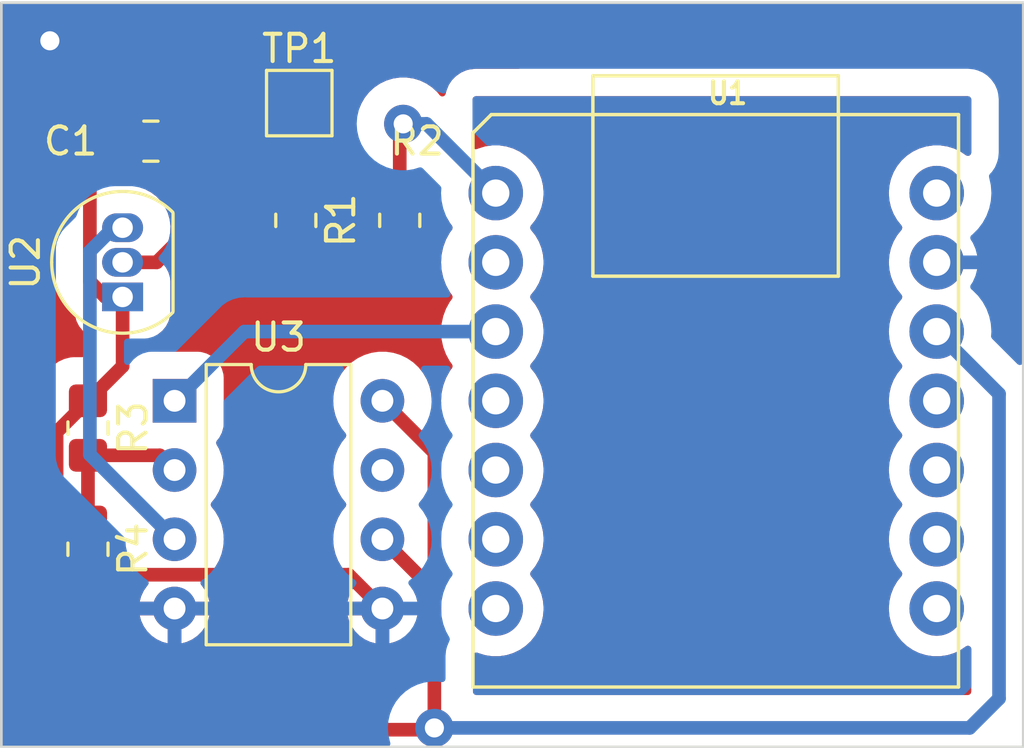
<source format=kicad_pcb>
(kicad_pcb (version 20221018) (generator pcbnew)
  (layers (0 "F.Cu" signal) (31 "B.Cu" signal) (34 "B.Paste" user) (35 "F.Paste" user) (36 "B.SilkS" user "B.Silkscreen") (37 "F.SilkS" user "F.Silkscreen") (38 "B.Mask" user) (39 "F.Mask" user) (44 "Edge.Cuts" user))
  (net 0 "")
  (net 10 "Net-(R1-Pad1)")
  (net 11 "Bat_sense")
  (net 12 "Earth")
  (net 13 "Magnet_sense")
  (net 14 "+3.3V")
  (net 15 "V_hall")
  (net 17 "Net-(U3A--)")
  (footprint "Resistor_SMD:R_0805_2012Metric_Pad1.20x1.40mm_HandSolder" (layer "F.Cu") (at 121.285 72.12 -90)
    (fp_text reference "R1" (at 0 -1.65 90) (layer "F.SilkS"))
    (fp_text value "200k")
    (fp_line (start -0.227064 -0.735) (end 0.227064 -0.735) (stroke (width 0.12)) (layer "F.SilkS"))
    (fp_line (start -0.227064 0.735) (end 0.227064 0.735) (stroke (width 0.12)) (layer "F.SilkS"))
    (pad "1" smd roundrect (at -1 0 270) (size 1.2 1.4) (layers "F.Cu" "F.Paste" "F.Mask") (roundrect_rratio 0.208333) (net 10 "Net-(R1-Pad1)"))
    (pad "2" smd roundrect (at 1 0 270) (size 1.2 1.4) (layers "F.Cu" "F.Paste" "F.Mask") (roundrect_rratio 0.208333) (net 11 "Bat_sense"))
  )
  (footprint "Package_TO_SOT_THT:TO-92_Inline" (layer "F.Cu") (at 114.935 74.93 90)
    (fp_text reference "U2" (at 1.27 -3.56 90) (layer "F.SilkS"))
    (fp_text value "DRV5055A1xLPGxQ1")
    (fp_line (start -0.53 1.85) (end 3.07 1.85) (stroke (width 0.12)) (layer "F.SilkS"))
    (fp_arc (start -0.568478 1.838478) (mid -1.132087 -0.994977) (end 1.27 -2.6) (stroke (width 0.12)) (layer "F.SilkS"))
    (fp_arc (start 1.27 -2.6) (mid 3.672087 -0.994977) (end 3.108478 1.838478) (stroke (width 0.12)) (layer "F.SilkS"))
    (pad "1" thru_hole rect (at 0 0 90) (size 1.05 1.5) (drill 0.75) (layers "*.Cu" "*.Mask") (net 14 "+3.3V"))
    (pad "2" thru_hole oval (at 1.27 0 90) (size 1.05 1.5) (drill 0.75) (layers "*.Cu" "*.Mask") (net 12 "Earth"))
    (pad "3" thru_hole oval (at 2.54 0 90) (size 1.05 1.5) (drill 0.75) (layers "*.Cu" "*.Mask") (net 15 "V_hall"))
  )
  (footprint "Capacitor_SMD:C_0805_2012Metric_Pad1.18x1.45mm_HandSolder" (layer "F.Cu") (at 115.9725 69.215 180)
    (fp_text reference "C1" (at 2.9425 0) (layer "F.SilkS"))
    (fp_text value "100nF")
    (fp_line (start -0.261252 -0.735) (end 0.261252 -0.735) (stroke (width 0.12)) (layer "F.SilkS"))
    (fp_line (start -0.261252 0.735) (end 0.261252 0.735) (stroke (width 0.12)) (layer "F.SilkS"))
    (pad "1" smd roundrect (at -1.0375 0 180) (size 1.175 1.45) (layers "F.Cu" "F.Paste" "F.Mask") (roundrect_rratio 0.212766) (net 12 "Earth"))
    (pad "2" smd roundrect (at 1.0375 0 180) (size 1.175 1.45) (layers "F.Cu" "F.Paste" "F.Mask") (roundrect_rratio 0.212766) (net 14 "+3.3V"))
  )
  (footprint "Resistor_SMD:R_0805_2012Metric_Pad1.20x1.40mm_HandSolder" (layer "F.Cu") (at 113.665 79.74 -90)
    (fp_text reference "R3" (at 0 -1.65 90) (layer "F.SilkS"))
    (fp_text value "200K")
    (fp_line (start -0.227064 -0.735) (end 0.227064 -0.735) (stroke (width 0.12)) (layer "F.SilkS"))
    (fp_line (start -0.227064 0.735) (end 0.227064 0.735) (stroke (width 0.12)) (layer "F.SilkS"))
    (pad "1" smd roundrect (at -1 0 270) (size 1.2 1.4) (layers "F.Cu" "F.Paste" "F.Mask") (roundrect_rratio 0.208333) (net 14 "+3.3V"))
    (pad "2" smd roundrect (at 1 0 270) (size 1.2 1.4) (layers "F.Cu" "F.Paste" "F.Mask") (roundrect_rratio 0.208333) (net 17 "Net-(U3A--)"))
  )
  (footprint "Package_DIP:DIP-8_W7.62mm" (layer "F.Cu") (at 116.84 78.74)
    (fp_text reference "U3" (at 3.81 -2.33) (layer "F.SilkS"))
    (fp_text value "MCP6562")
    (fp_line (start 1.16 -1.33) (end 1.16 8.95) (stroke (width 0.12)) (layer "F.SilkS"))
    (fp_line (start 1.16 8.95) (end 6.46 8.95) (stroke (width 0.12)) (layer "F.SilkS"))
    (fp_line (start 2.81 -1.33) (end 1.16 -1.33) (stroke (width 0.12)) (layer "F.SilkS"))
    (fp_line (start 6.46 -1.33) (end 4.81 -1.33) (stroke (width 0.12)) (layer "F.SilkS"))
    (fp_line (start 6.46 8.95) (end 6.46 -1.33) (stroke (width 0.12)) (layer "F.SilkS"))
    (fp_arc (start 4.81 -1.33) (mid 3.81 -0.33) (end 2.81 -1.33) (stroke (width 0.12)) (layer "F.SilkS"))
    (pad "1" thru_hole rect (at 0 0) (size 1.6 1.6) (drill 0.8) (layers "*.Cu" "*.Mask") (net 13 "Magnet_sense"))
    (pad "2" thru_hole oval (at 0 2.54) (size 1.6 1.6) (drill 0.8) (layers "*.Cu" "*.Mask") (net 17 "Net-(U3A--)"))
    (pad "3" thru_hole oval (at 0 5.08) (size 1.6 1.6) (drill 0.8) (layers "*.Cu" "*.Mask") (net 15 "V_hall"))
    (pad "4" thru_hole oval (at 0 7.62) (size 1.6 1.6) (drill 0.8) (layers "*.Cu" "*.Mask") (net 12 "Earth"))
    (pad "5" thru_hole oval (at 7.62 7.62) (size 1.6 1.6) (drill 0.8) (layers "*.Cu" "*.Mask") (net 12 "Earth"))
    (pad "6" thru_hole oval (at 7.62 5.08) (size 1.6 1.6) (drill 0.8) (layers "*.Cu" "*.Mask") (net 14 "+3.3V"))
    (pad "7" thru_hole oval (at 7.62 2.54) (size 1.6 1.6) (drill 0.8) (layers "*.Cu" "*.Mask"))
    (pad "8" thru_hole oval (at 7.62 0) (size 1.6 1.6) (drill 0.8) (layers "*.Cu" "*.Mask") (net 14 "+3.3V"))
  )
  (footprint "Resistor_SMD:R_0805_2012Metric_Pad1.20x1.40mm_HandSolder" (layer "F.Cu") (at 125.095 72.12 -90)
    (fp_text reference "R2" (at -2.905 -0.635 -180) (layer "F.SilkS"))
    (fp_text value "200k")
    (fp_line (start -0.227064 -0.735) (end 0.227064 -0.735) (stroke (width 0.12)) (layer "F.SilkS"))
    (fp_line (start -0.227064 0.735) (end 0.227064 0.735) (stroke (width 0.12)) (layer "F.SilkS"))
    (pad "1" smd roundrect (at -1 0 270) (size 1.2 1.4) (layers "F.Cu" "F.Paste" "F.Mask") (roundrect_rratio 0.208333) (net 11 "Bat_sense"))
    (pad "2" smd roundrect (at 1 0 270) (size 1.2 1.4) (layers "F.Cu" "F.Paste" "F.Mask") (roundrect_rratio 0.208333) (net 12 "Earth"))
  )
  (footprint "CustomFootprints:MOUDLE14P-SMD-2.54-21X17.8MM_THT" (layer "F.Cu") (at 127.78 89.24)
    (fp_text reference "U1" (at 9.3345 -21.7805) (layer "F.SilkS") (effects (font (size 0.8 0.7))))
    (fp_text value "MOUDLE-SEEEDUINO-XIAO-ESP32C3")
    (fp_line (start 0 -20.3285) (end 0 0) (stroke (width 0.127)) (layer "F.SilkS"))
    (fp_line (start 0 0) (end 17.8 0) (stroke (width 0.127)) (layer "F.SilkS"))
    (fp_line (start 0.671541 -21) (end 0 -20.3285) (stroke (width 0.127)) (layer "F.SilkS"))
    (fp_line (start 4.396 -15.072) (end 4.396 -22.425) (stroke (width 0.127)) (layer "F.SilkS"))
    (fp_line (start 4.4 -22.424) (end 13.395 -22.424) (stroke (width 0.127)) (layer "F.SilkS"))
    (fp_line (start 13.395 -22.424) (end 13.395 -15.072) (stroke (width 0.127)) (layer "F.SilkS"))
    (fp_line (start 13.395 -15.072) (end 4.396 -15.072) (stroke (width 0.127)) (layer "F.SilkS"))
    (fp_line (start 17.8 -21) (end 0.671541 -21) (stroke (width 0.127)) (layer "F.SilkS"))
    (fp_line (start 17.8 0) (end 17.8 -21) (stroke (width 0.127)) (layer "F.SilkS"))
    (pad "1" thru_hole circle (at 0.835 -18.12) (size 2 2) (drill 1) (layers "*.Cu" "*.Mask") (net 11 "Bat_sense"))
    (pad "2" thru_hole circle (at 0.835 -15.58) (size 2 2) (drill 1) (layers "*.Cu" "*.Mask"))
    (pad "3" thru_hole circle (at 0.835 -13.04) (size 2 2) (drill 1) (layers "*.Cu" "*.Mask") (net 13 "Magnet_sense"))
    (pad "4" thru_hole circle (at 0.835 -10.5) (size 2 2) (drill 1) (layers "*.Cu" "*.Mask"))
    (pad "5" thru_hole circle (at 0.835 -7.96) (size 2 2) (drill 1) (layers "*.Cu" "*.Mask"))
    (pad "6" thru_hole circle (at 0.835 -5.42) (size 2 2) (drill 1) (layers "*.Cu" "*.Mask"))
    (pad "7" thru_hole circle (at 0.835 -2.88) (size 2 2) (drill 1) (layers "*.Cu" "*.Mask"))
    (pad "8" thru_hole circle (at 17 -2.88) (size 2 2) (drill 1) (layers "*.Cu" "*.Mask"))
    (pad "9" thru_hole circle (at 17 -5.42) (size 2 2) (drill 1) (layers "*.Cu" "*.Mask"))
    (pad "10" thru_hole circle (at 17 -7.96) (size 2 2) (drill 1) (layers "*.Cu" "*.Mask"))
    (pad "11" thru_hole circle (at 17 -10.5) (size 2 2) (drill 1) (layers "*.Cu" "*.Mask"))
    (pad "12" thru_hole circle (at 17 -13.04) (size 2 2) (drill 1) (layers "*.Cu" "*.Mask") (net 14 "+3.3V"))
    (pad "13" thru_hole circle (at 17 -15.58) (size 2 2) (drill 1) (layers "*.Cu" "*.Mask") (net 12 "Earth"))
    (pad "14" thru_hole circle (at 17 -18.12) (size 2 2) (drill 1) (layers "*.Cu" "*.Mask"))
    (zone (net 0) (net_name "") (layer "F.Cu") (connect_pads (clearance 0)) (min_thickness 0.01)
      (keepout (tracks not_allowed) (vias not_allowed) (pads not_allowed) (copperpour not_allowed) (footprints allowed))
      (fill (thermal_gap 0.508) (thermal_bridge_width 0.508))
      (polygon (pts (xy 130.7645 76.4765) (xy 133.6855 76.4765) (xy 133.6855 78.5085) (xy 130.7645 78.5085)))
    )
    (zone (net 0) (net_name "") (layer "F.Cu") (connect_pads (clearance 0)) (min_thickness 0.01)
      (keepout (tracks not_allowed) (vias not_allowed) (pads not_allowed) (copperpour not_allowed) (footprints allowed))
      (fill (thermal_gap 0.508) (thermal_bridge_width 0.508))
      (polygon (pts (xy 131.463 68.158) (xy 133.241 68.158) (xy 133.241 70.825) (xy 131.463 70.825)))
    )
    (zone (net 0) (net_name "") (layer "F.Cu") (connect_pads (clearance 0)) (min_thickness 0.01)
      (keepout (tracks not_allowed) (vias not_allowed) (pads not_allowed) (copperpour not_allowed) (footprints allowed))
      (fill (thermal_gap 0.508) (thermal_bridge_width 0.508))
      (polygon (pts (xy 131.463 72.222) (xy 133.241 72.222) (xy 133.241 74.889) (xy 131.463 74.889)))
    )
    (zone (net 0) (net_name "") (layer "F.Cu") (connect_pads (clearance 0)) (min_thickness 0.01)
      (keepout (tracks not_allowed) (vias not_allowed) (pads not_allowed) (copperpour not_allowed) (footprints allowed))
      (fill (thermal_gap 0.508) (thermal_bridge_width 0.508))
      (polygon (pts (xy 134.13 68.92) (xy 139.337 68.92) (xy 139.337 75.905) (xy 134.13 75.905)))
    )
    (zone (net 0) (net_name "") (layer "F.Cu") (connect_pads (clearance 0)) (min_thickness 0.01)
      (keepout (tracks not_allowed) (vias not_allowed) (pads not_allowed) (copperpour not_allowed) (footprints allowed))
      (fill (thermal_gap 0.508) (thermal_bridge_width 0.508))
      (polygon (pts (xy 134.13 86.065) (xy 139.845 86.065) (xy 139.845 88.605) (xy 134.13 88.605)))
    )
    (zone (net 0) (net_name "") (layer "F.Cu") (connect_pads (clearance 0)) (min_thickness 0.01)
      (keepout (tracks not_allowed) (vias not_allowed) (pads not_allowed) (copperpour not_allowed) (footprints allowed))
      (fill (thermal_gap 0.508) (thermal_bridge_width 0.508))
      (polygon (pts (xy 137.559 77.937) (xy 140.607 77.937) (xy 140.607 80.985) (xy 137.559 80.985)))
    )
    (zone (net 0) (net_name "") (layer "F.Cu") (connect_pads (clearance 0)) (min_thickness 0.01)
      (keepout (tracks not_allowed) (vias not_allowed) (pads not_allowed) (copperpour not_allowed) (footprints allowed))
      (fill (thermal_gap 0.508) (thermal_bridge_width 0.508))
      (polygon (pts (xy 140.099 68.158) (xy 141.877 68.158) (xy 141.877 70.825) (xy 140.099 70.825)))
    )
    (zone (net 0) (net_name "") (layer "F.Cu") (connect_pads (clearance 0)) (min_thickness 0.01)
      (keepout (tracks not_allowed) (vias not_allowed) (pads not_allowed) (copperpour not_allowed) (footprints allowed))
      (fill (thermal_gap 0.508) (thermal_bridge_width 0.508))
      (polygon (pts (xy 140.099 72.222) (xy 141.877 72.222) (xy 141.877 74.889) (xy 140.099 74.889)))
    )
  )
  (footprint "Resistor_SMD:R_0805_2012Metric_Pad1.20x1.40mm_HandSolder" (layer "F.Cu") (at 113.665 84.185 -90)
    (fp_text reference "R4" (at 0 -1.65 90) (layer "F.SilkS"))
    (fp_text value "100K")
    (fp_line (start -0.227064 -0.735) (end 0.227064 -0.735) (stroke (width 0.12)) (layer "F.SilkS"))
    (fp_line (start -0.227064 0.735) (end 0.227064 0.735) (stroke (width 0.12)) (layer "F.SilkS"))
    (pad "1" smd roundrect (at -1 0 270) (size 1.2 1.4) (layers "F.Cu" "F.Paste" "F.Mask") (roundrect_rratio 0.208333) (net 17 "Net-(U3A--)"))
    (pad "2" smd roundrect (at 1 0 270) (size 1.2 1.4) (layers "F.Cu" "F.Paste" "F.Mask") (roundrect_rratio 0.208333) (net 12 "Earth"))
  )
  (footprint "TestPoint:TestPoint_Pad_2.0x2.0mm" (layer "F.Cu") (at 121.412 67.818)
    (fp_text reference "TP1" (at 0 -1.998) (layer "F.SilkS"))
    (fp_text value "V_bat")
    (fp_line (start -1.2 -1.2) (end 1.2 -1.2) (stroke (width 0.12)) (layer "F.SilkS"))
    (fp_line (start -1.2 1.2) (end -1.2 -1.2) (stroke (width 0.12)) (layer "F.SilkS"))
    (fp_line (start 1.2 -1.2) (end 1.2 1.2) (stroke (width 0.12)) (layer "F.SilkS"))
    (fp_line (start 1.2 1.2) (end -1.2 1.2) (stroke (width 0.12)) (layer "F.SilkS"))
    (pad "1" smd rect (at 0 0) (size 2 2) (layers "F.Cu" "F.Mask") (net 10 "Net-(R1-Pad1)"))
  )
  (gr_rect (start 110.49 64.135) (end 147.955 91.44) (stroke (width 0.1)) (fill none) (layer "Edge.Cuts"))
  (gr_text "PELI door sensor V1.0" (at 130.302 65.786) (layer "F.Cu") (effects (font (size 1 1) (thickness 0.25) bold) (justify left bottom)))
  (segment (start 121.412 67.818) (end 121.412 70.993) (width 0.5) (layer "F.Cu") (net 10))
  (segment (start 121.412 70.993) (end 121.285 71.12) (width 0.5) (layer "F.Cu") (net 10))
  (segment (start 121.285 73.12) (end 123.095 73.12) (width 0.5) (layer "F.Cu") (net 11))
  (segment (start 123.095 73.12) (end 125.095 71.12) (width 0.5) (layer "F.Cu") (net 11))
  (segment (start 125.095 68.707) (end 125.222 68.58) (width 0.5) (layer "F.Cu") (net 11))
  (segment (start 125.095 71.12) (end 125.095 68.707) (width 0.5) (layer "F.Cu") (net 11))
  (via (at 125.222 68.58) (size 1.4) (drill 0.7) (layers "F.Cu" "B.Cu") (net 11))
  (segment (start 126.075 68.58) (end 128.615 71.12) (width 0.5) (layer "B.Cu") (net 11))
  (segment (start 125.222 68.58) (end 126.075 68.58) (width 0.5) (layer "B.Cu") (net 11))
  (segment (start 114.935 73.66) (end 116.185 73.66) (width 0.5) (layer "F.Cu") (net 12))
  (segment (start 116.185 73.66) (end 117.01 72.835) (width 0.5) (layer "F.Cu") (net 12))
  (segment (start 123.22 85.12) (end 124.47 86.37) (width 0.5) (layer "F.Cu") (net 12))
  (segment (start 117.01 72.835) (end 117.01 69.215) (width 0.5) (layer "F.Cu") (net 12))
  (segment (start 113.73 85.12) (end 123.22 85.12) (width 0.5) (layer "F.Cu") (net 12))
  (segment (start 113.665 85.185) (end 113.73 85.12) (width 0.5) (layer "F.Cu") (net 12))
  (via (at 112.268 65.532) (size 1.4) (drill 0.7) (layers "F.Cu" "B.Cu") (net 12))
  (segment (start 144.78 73.66) (end 147.066 73.66) (width 0.5) (layer "B.Cu") (net 12))
  (segment (start 116.85 78.75) (end 119.4 76.2) (width 0.5) (layer "B.Cu") (net 13))
  (segment (start 119.4 76.2) (end 128.615 76.2) (width 0.5) (layer "B.Cu") (net 13))
  (segment (start 114.3 74.93) (end 114.935 74.93) (width 0.5) (layer "F.Cu") (net 14))
  (segment (start 112.515 87.75) (end 115.57 90.805) (width 0.5) (layer "F.Cu") (net 14))
  (segment (start 113.735 74.365) (end 114.3 74.93) (width 0.5) (layer "F.Cu") (net 14))
  (segment (start 114.935 77.47) (end 113.665 78.74) (width 0.5) (layer "F.Cu") (net 14))
  (segment (start 115.57 90.805) (end 126.365 90.805) (width 0.5) (layer "F.Cu") (net 14))
  (segment (start 112.515 85.824949) (end 112.515 87.75) (width 0.5) (layer "F.Cu") (net 14))
  (segment (start 112.515 85.824949) (end 112.515 79.89) (width 0.5) (layer "F.Cu") (net 14))
  (segment (start 114.935 69.215) (end 113.735 70.415) (width 0.5) (layer "F.Cu") (net 14))
  (segment (start 113.735 70.415) (end 113.735 74.365) (width 0.5) (layer "F.Cu") (net 14))
  (segment (start 126.365 90.805) (end 126.365 90.74) (width 0.5) (layer "F.Cu") (net 14))
  (segment (start 124.46 78.74) (end 126.365 80.645) (width 0.5) (layer "F.Cu") (net 14))
  (segment (start 124.47 83.83) (end 126.365 85.725) (width 0.5) (layer "F.Cu") (net 14))
  (segment (start 126.365 80.645) (end 126.365 86.868) (width 0.5) (layer "F.Cu") (net 14))
  (segment (start 112.515 79.89) (end 113.665 78.74) (width 0.5) (layer "F.Cu") (net 14))
  (segment (start 126.365 85.725) (end 126.365 86.868) (width 0.5) (layer "F.Cu") (net 14))
  (segment (start 114.935 74.93) (end 114.935 77.47) (width 0.5) (layer "F.Cu") (net 14))
  (segment (start 126.365 86.868) (end 126.365 90.805) (width 0.5) (layer "F.Cu") (net 14))
  (via (at 126.365 90.74) (size 1.4) (drill 0.7) (layers "F.Cu" "B.Cu") (net 14))
  (segment (start 147.066 78.486) (end 144.78 76.2) (width 0.5) (layer "B.Cu") (net 14))
  (segment (start 126.365 90.74) (end 145.988 90.74) (width 0.5) (layer "B.Cu") (net 14))
  (segment (start 147.066 89.662) (end 147.066 78.486) (width 0.5) (layer "B.Cu") (net 14))
  (segment (start 145.988 90.74) (end 147.066 89.662) (width 0.5) (layer "B.Cu") (net 14))
  (segment (start 114.601142 72.39) (end 114.935 72.39) (width 0.5) (layer "B.Cu") (net 15))
  (segment (start 113.735 80.715) (end 113.735 73.256142) (width 0.5) (layer "B.Cu") (net 15))
  (segment (start 113.735 73.256142) (end 114.601142 72.39) (width 0.5) (layer "B.Cu") (net 15))
  (segment (start 116.85 83.83) (end 113.735 80.715) (width 0.5) (layer "B.Cu") (net 15))
  (segment (start 116.3 80.74) (end 116.85 81.29) (width 0.5) (layer "F.Cu") (net 17))
  (segment (start 113.665 83.185) (end 113.665 80.74) (width 0.5) (layer "F.Cu") (net 17))
  (segment (start 113.665 80.74) (end 116.3 80.74) (width 0.5) (layer "F.Cu") (net 17))
  (zone (net 12) (net_name "Earth") (layers "F&B.Cu") (connect_pads (clearance 1)) (min_thickness 0.25) (fill yes (thermal_gap 0.5) (thermal_bridge_width 0.5))
    (polygon (pts (xy 110.49 64.135) (xy 147.955 64.135) (xy 147.955 91.44) (xy 110.49 91.44)))
  )
  (zone (net 0) (net_name "") (layers "F&B.Cu") (priority 1) (connect_pads (clearance 0.75)) (min_thickness 0.25) (fill yes (thermal_gap 0.5) (thermal_bridge_width 0.5) (island_removal_mode 1) (island_area_min 10))
    (polygon (pts (xy 127.762 67.564) (xy 146.05 67.564) (xy 146.05 89.535) (xy 127.78 89.535)))
  )
)
</source>
